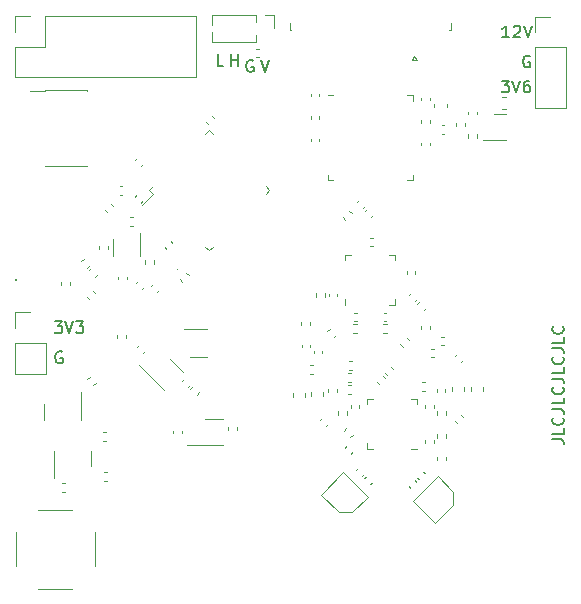
<source format=gbr>
%TF.GenerationSoftware,KiCad,Pcbnew,(6.0.4)*%
%TF.CreationDate,2023-05-22T00:57:41+09:00*%
%TF.ProjectId,RFB,5246422e-6b69-4636-9164-5f7063625858,rev?*%
%TF.SameCoordinates,Original*%
%TF.FileFunction,Legend,Top*%
%TF.FilePolarity,Positive*%
%FSLAX46Y46*%
G04 Gerber Fmt 4.6, Leading zero omitted, Abs format (unit mm)*
G04 Created by KiCad (PCBNEW (6.0.4)) date 2023-05-22 00:57:41*
%MOMM*%
%LPD*%
G01*
G04 APERTURE LIST*
%ADD10C,0.160000*%
%ADD11C,0.120000*%
%ADD12C,0.100000*%
G04 APERTURE END LIST*
D10*
X79132180Y-92680847D02*
X79846466Y-92680847D01*
X79989323Y-92728466D01*
X80084561Y-92823704D01*
X80132180Y-92966561D01*
X80132180Y-93061800D01*
X80132180Y-91728466D02*
X80132180Y-92204657D01*
X79132180Y-92204657D01*
X80036942Y-90823704D02*
X80084561Y-90871323D01*
X80132180Y-91014180D01*
X80132180Y-91109419D01*
X80084561Y-91252276D01*
X79989323Y-91347514D01*
X79894085Y-91395133D01*
X79703609Y-91442752D01*
X79560752Y-91442752D01*
X79370276Y-91395133D01*
X79275038Y-91347514D01*
X79179800Y-91252276D01*
X79132180Y-91109419D01*
X79132180Y-91014180D01*
X79179800Y-90871323D01*
X79227419Y-90823704D01*
X79132180Y-90109419D02*
X79846466Y-90109419D01*
X79989323Y-90157038D01*
X80084561Y-90252276D01*
X80132180Y-90395133D01*
X80132180Y-90490371D01*
X80132180Y-89157038D02*
X80132180Y-89633228D01*
X79132180Y-89633228D01*
X80036942Y-88252276D02*
X80084561Y-88299895D01*
X80132180Y-88442752D01*
X80132180Y-88537990D01*
X80084561Y-88680847D01*
X79989323Y-88776085D01*
X79894085Y-88823704D01*
X79703609Y-88871323D01*
X79560752Y-88871323D01*
X79370276Y-88823704D01*
X79275038Y-88776085D01*
X79179800Y-88680847D01*
X79132180Y-88537990D01*
X79132180Y-88442752D01*
X79179800Y-88299895D01*
X79227419Y-88252276D01*
X79132180Y-87537990D02*
X79846466Y-87537990D01*
X79989323Y-87585609D01*
X80084561Y-87680847D01*
X80132180Y-87823704D01*
X80132180Y-87918942D01*
X80132180Y-86585609D02*
X80132180Y-87061800D01*
X79132180Y-87061800D01*
X80036942Y-85680847D02*
X80084561Y-85728466D01*
X80132180Y-85871323D01*
X80132180Y-85966561D01*
X80084561Y-86109419D01*
X79989323Y-86204657D01*
X79894085Y-86252276D01*
X79703609Y-86299895D01*
X79560752Y-86299895D01*
X79370276Y-86252276D01*
X79275038Y-86204657D01*
X79179800Y-86109419D01*
X79132180Y-85966561D01*
X79132180Y-85871323D01*
X79179800Y-85728466D01*
X79227419Y-85680847D01*
X79132180Y-84966561D02*
X79846466Y-84966561D01*
X79989323Y-85014180D01*
X80084561Y-85109419D01*
X80132180Y-85252276D01*
X80132180Y-85347514D01*
X80132180Y-84014180D02*
X80132180Y-84490371D01*
X79132180Y-84490371D01*
X80036942Y-83109419D02*
X80084561Y-83157038D01*
X80132180Y-83299895D01*
X80132180Y-83395133D01*
X80084561Y-83537990D01*
X79989323Y-83633228D01*
X79894085Y-83680847D01*
X79703609Y-83728466D01*
X79560752Y-83728466D01*
X79370276Y-83680847D01*
X79275038Y-83633228D01*
X79179800Y-83537990D01*
X79132180Y-83395133D01*
X79132180Y-83299895D01*
X79179800Y-83157038D01*
X79227419Y-83109419D01*
X77254904Y-60231400D02*
X77159666Y-60183780D01*
X77016809Y-60183780D01*
X76873952Y-60231400D01*
X76778714Y-60326638D01*
X76731095Y-60421876D01*
X76683476Y-60612352D01*
X76683476Y-60755209D01*
X76731095Y-60945685D01*
X76778714Y-61040923D01*
X76873952Y-61136161D01*
X77016809Y-61183780D01*
X77112047Y-61183780D01*
X77254904Y-61136161D01*
X77302523Y-61088542D01*
X77302523Y-60755209D01*
X77112047Y-60755209D01*
X74873952Y-62291980D02*
X75493000Y-62291980D01*
X75159666Y-62672933D01*
X75302523Y-62672933D01*
X75397761Y-62720552D01*
X75445380Y-62768171D01*
X75493000Y-62863409D01*
X75493000Y-63101504D01*
X75445380Y-63196742D01*
X75397761Y-63244361D01*
X75302523Y-63291980D01*
X75016809Y-63291980D01*
X74921571Y-63244361D01*
X74873952Y-63196742D01*
X75778714Y-62291980D02*
X76112047Y-63291980D01*
X76445380Y-62291980D01*
X77207285Y-62291980D02*
X77016809Y-62291980D01*
X76921571Y-62339600D01*
X76873952Y-62387219D01*
X76778714Y-62530076D01*
X76731095Y-62720552D01*
X76731095Y-63101504D01*
X76778714Y-63196742D01*
X76826333Y-63244361D01*
X76921571Y-63291980D01*
X77112047Y-63291980D01*
X77207285Y-63244361D01*
X77254904Y-63196742D01*
X77302523Y-63101504D01*
X77302523Y-62863409D01*
X77254904Y-62768171D01*
X77207285Y-62720552D01*
X77112047Y-62672933D01*
X76921571Y-62672933D01*
X76826333Y-62720552D01*
X76778714Y-62768171D01*
X76731095Y-62863409D01*
X75493000Y-58643780D02*
X74921571Y-58643780D01*
X75207285Y-58643780D02*
X75207285Y-57643780D01*
X75112047Y-57786638D01*
X75016809Y-57881876D01*
X74921571Y-57929495D01*
X75873952Y-57739019D02*
X75921571Y-57691400D01*
X76016809Y-57643780D01*
X76254904Y-57643780D01*
X76350142Y-57691400D01*
X76397761Y-57739019D01*
X76445380Y-57834257D01*
X76445380Y-57929495D01*
X76397761Y-58072352D01*
X75826333Y-58643780D01*
X76445380Y-58643780D01*
X76731095Y-57643780D02*
X77064428Y-58643780D01*
X77397761Y-57643780D01*
X37026057Y-82688180D02*
X37645104Y-82688180D01*
X37311771Y-83069133D01*
X37454628Y-83069133D01*
X37549866Y-83116752D01*
X37597485Y-83164371D01*
X37645104Y-83259609D01*
X37645104Y-83497704D01*
X37597485Y-83592942D01*
X37549866Y-83640561D01*
X37454628Y-83688180D01*
X37168914Y-83688180D01*
X37073676Y-83640561D01*
X37026057Y-83592942D01*
X37930819Y-82688180D02*
X38264152Y-83688180D01*
X38597485Y-82688180D01*
X38835580Y-82688180D02*
X39454628Y-82688180D01*
X39121295Y-83069133D01*
X39264152Y-83069133D01*
X39359390Y-83116752D01*
X39407009Y-83164371D01*
X39454628Y-83259609D01*
X39454628Y-83497704D01*
X39407009Y-83592942D01*
X39359390Y-83640561D01*
X39264152Y-83688180D01*
X38978438Y-83688180D01*
X38883200Y-83640561D01*
X38835580Y-83592942D01*
X54479866Y-60564780D02*
X54813200Y-61564780D01*
X55146533Y-60564780D01*
X51287323Y-61056780D02*
X50811133Y-61056780D01*
X50811133Y-60056780D01*
X51987485Y-61056780D02*
X51987485Y-60056780D01*
X51987485Y-60532971D02*
X52558914Y-60532971D01*
X52558914Y-61056780D02*
X52558914Y-60056780D01*
X53805104Y-60612400D02*
X53709866Y-60564780D01*
X53567009Y-60564780D01*
X53424152Y-60612400D01*
X53328914Y-60707638D01*
X53281295Y-60802876D01*
X53233676Y-60993352D01*
X53233676Y-61136209D01*
X53281295Y-61326685D01*
X53328914Y-61421923D01*
X53424152Y-61517161D01*
X53567009Y-61564780D01*
X53662247Y-61564780D01*
X53805104Y-61517161D01*
X53852723Y-61469542D01*
X53852723Y-61136209D01*
X53662247Y-61136209D01*
X37645104Y-85275800D02*
X37549866Y-85228180D01*
X37407009Y-85228180D01*
X37264152Y-85275800D01*
X37168914Y-85371038D01*
X37121295Y-85466276D01*
X37073676Y-85656752D01*
X37073676Y-85799609D01*
X37121295Y-85990085D01*
X37168914Y-86085323D01*
X37264152Y-86180561D01*
X37407009Y-86228180D01*
X37502247Y-86228180D01*
X37645104Y-86180561D01*
X37692723Y-86132942D01*
X37692723Y-85799609D01*
X37502247Y-85799609D01*
D11*
%TO.C,Q1*%
X39228200Y-90347800D02*
X39228200Y-88672800D01*
X39228200Y-90347800D02*
X39228200Y-90997800D01*
X36108200Y-90347800D02*
X36108200Y-90997800D01*
X36108200Y-90347800D02*
X36108200Y-89697800D01*
%TO.C,J3*%
X40413600Y-100531000D02*
X40413600Y-103431000D01*
X33703600Y-100531000D02*
X33703600Y-103431000D01*
X35608600Y-105336000D02*
X38508600Y-105336000D01*
X35608600Y-98626000D02*
X38508600Y-98626000D01*
D12*
%TO.C,U1*%
X33667400Y-79158800D02*
X33667400Y-79158800D01*
X33767400Y-79158800D02*
X33767400Y-79158800D01*
X33667400Y-79158800D02*
G75*
G03*
X33767400Y-79158800I50000J0D01*
G01*
X33767400Y-79158800D02*
G75*
G03*
X33667400Y-79158800I-50000J0D01*
G01*
D11*
%TO.C,R9*%
X43689241Y-74649600D02*
X43381959Y-74649600D01*
X43689241Y-73889600D02*
X43381959Y-73889600D01*
%TO.C,C74*%
X61568990Y-93369893D02*
X61721493Y-93217390D01*
X62078107Y-93879010D02*
X62230610Y-93726507D01*
%TO.C,C31*%
X44059282Y-79307401D02*
X43906779Y-79459904D01*
X44568399Y-79816518D02*
X44415896Y-79969021D01*
%TO.C,R46*%
X37923441Y-97128600D02*
X37616159Y-97128600D01*
X37923441Y-96368600D02*
X37616159Y-96368600D01*
%TO.C,C65*%
X68372936Y-88548800D02*
X68157264Y-88548800D01*
X68372936Y-87828800D02*
X68157264Y-87828800D01*
%TO.C,C12*%
X72014700Y-64939564D02*
X72014700Y-65155236D01*
X72734700Y-64939564D02*
X72734700Y-65155236D01*
%TO.C,C57*%
X60219000Y-80333964D02*
X60219000Y-80549636D01*
X60939000Y-80333964D02*
X60939000Y-80549636D01*
%TO.C,U11*%
X49770602Y-66790087D02*
X50088800Y-66471889D01*
X55194111Y-71577200D02*
X54875913Y-71259002D01*
X45301687Y-71895398D02*
X44389519Y-72807566D01*
X50088800Y-66471889D02*
X50406998Y-66790087D01*
X54875913Y-71895398D02*
X55194111Y-71577200D01*
X44983489Y-71577200D02*
X45301687Y-71895398D01*
X50406998Y-76364313D02*
X50088800Y-76682511D01*
X45301687Y-71259002D02*
X44983489Y-71577200D01*
X50088800Y-76682511D02*
X49770602Y-76364313D01*
%TO.C,U10*%
X49758600Y-90939600D02*
X51258600Y-90939600D01*
X48258600Y-93159600D02*
X51258600Y-93159600D01*
%TO.C,R6*%
X44654200Y-77519559D02*
X44654200Y-77826841D01*
X45414200Y-77519559D02*
X45414200Y-77826841D01*
%TO.C,C89*%
X47061800Y-91954763D02*
X47061800Y-92170435D01*
X47781800Y-91954763D02*
X47781800Y-92170435D01*
%TO.C,C35*%
X58695000Y-63392164D02*
X58695000Y-63607836D01*
X59415000Y-63392164D02*
X59415000Y-63607836D01*
%TO.C,C36*%
X58695000Y-65297164D02*
X58695000Y-65512836D01*
X59415000Y-65297164D02*
X59415000Y-65512836D01*
%TO.C,C61*%
X62686693Y-95122390D02*
X62534190Y-95274893D01*
X63195810Y-95631507D02*
X63043307Y-95784010D01*
%TO.C,C72*%
X60888200Y-88436564D02*
X60888200Y-88652236D01*
X60168200Y-88436564D02*
X60168200Y-88652236D01*
%TO.C,R53*%
X48140660Y-78565859D02*
X48357941Y-78783140D01*
X47603259Y-79103260D02*
X47820540Y-79320541D01*
%TO.C,R71*%
X72754700Y-67129441D02*
X72754700Y-66822159D01*
X71994700Y-67129441D02*
X71994700Y-66822159D01*
%TO.C,J8*%
X36233400Y-69554400D02*
X39763400Y-69554400D01*
X36233400Y-69489400D02*
X36233400Y-69554400D01*
X36233400Y-63084400D02*
X36233400Y-63149400D01*
X36233400Y-63084400D02*
X39763400Y-63084400D01*
X34908400Y-63149400D02*
X36233400Y-63149400D01*
X39763400Y-69489400D02*
X39763400Y-69554400D01*
X39763400Y-63084400D02*
X39763400Y-63149400D01*
%TO.C,R62*%
X39463940Y-77372059D02*
X39246659Y-77589340D01*
X40001341Y-77909460D02*
X39784060Y-78126741D01*
%TO.C,J9*%
X33620400Y-83230800D02*
X33620400Y-81900800D01*
X33620400Y-87100800D02*
X36280400Y-87100800D01*
X33620400Y-84500800D02*
X33620400Y-87100800D01*
X33620400Y-81900800D02*
X34950400Y-81900800D01*
X36280400Y-84500800D02*
X36280400Y-87100800D01*
X33620400Y-84500800D02*
X36280400Y-84500800D01*
%TO.C,R12*%
X60637460Y-84044941D02*
X60854741Y-83827660D01*
X60100059Y-83507540D02*
X60317340Y-83290259D01*
%TO.C,C15*%
X42337400Y-83861964D02*
X42337400Y-84077636D01*
X43057400Y-83861964D02*
X43057400Y-84077636D01*
%TO.C,R11*%
X61625440Y-74088141D02*
X61408159Y-73870860D01*
X62162841Y-73550740D02*
X61945560Y-73333459D01*
%TO.C,C78*%
X66823000Y-78670036D02*
X66823000Y-78454364D01*
X67543000Y-78670036D02*
X67543000Y-78454364D01*
%TO.C,U22*%
X46784289Y-85905311D02*
X47844949Y-86965972D01*
X44153851Y-86414428D02*
X46275172Y-88535749D01*
%TO.C,R25*%
X61923959Y-86790800D02*
X62231241Y-86790800D01*
X61923959Y-86030800D02*
X62231241Y-86030800D01*
%TO.C,C40*%
X63284710Y-72898507D02*
X63132207Y-73051010D01*
X62775593Y-72389390D02*
X62623090Y-72541893D01*
%TO.C,U12*%
X49899800Y-83371200D02*
X47999800Y-83371200D01*
X48499800Y-85691200D02*
X49899800Y-85691200D01*
%TO.C,C44*%
X68049800Y-67758736D02*
X68049800Y-67543064D01*
X68769800Y-67758736D02*
X68769800Y-67543064D01*
%TO.C,C56*%
X62376164Y-82656000D02*
X62591836Y-82656000D01*
X62376164Y-81936000D02*
X62591836Y-81936000D01*
%TO.C,C143*%
X44688421Y-85208296D02*
X44535918Y-85360799D01*
X44179304Y-84699179D02*
X44026801Y-84851682D01*
%TO.C,C54*%
X69983236Y-84713400D02*
X69767564Y-84713400D01*
X69983236Y-83993400D02*
X69767564Y-83993400D01*
%TO.C,C6*%
X41274390Y-73254107D02*
X41426893Y-73406610D01*
X41783507Y-72744990D02*
X41936010Y-72897493D01*
%TO.C,C45*%
X68049800Y-63733064D02*
X68049800Y-63948736D01*
X68769800Y-63733064D02*
X68769800Y-63948736D01*
%TO.C,R14*%
X68807600Y-83364041D02*
X68807600Y-83056759D01*
X68047600Y-83364041D02*
X68047600Y-83056759D01*
%TO.C,C101*%
X46328990Y-76378307D02*
X46481493Y-76530810D01*
X46838107Y-75869190D02*
X46990610Y-76021693D01*
%TO.C,C41*%
X63945110Y-73660507D02*
X63792607Y-73813010D01*
X63435993Y-73151390D02*
X63283490Y-73303893D01*
%TO.C,R70*%
X71738700Y-66168241D02*
X71738700Y-65860959D01*
X70978700Y-66168241D02*
X70978700Y-65860959D01*
%TO.C,R54*%
X48517659Y-88384340D02*
X48734940Y-88167059D01*
X49055060Y-88921741D02*
X49272341Y-88704460D01*
%TO.C,C2*%
X42538764Y-71962600D02*
X42754436Y-71962600D01*
X42538764Y-71242600D02*
X42754436Y-71242600D01*
%TO.C,C58*%
X67055390Y-80466693D02*
X67207893Y-80314190D01*
X67564507Y-80975810D02*
X67717010Y-80823307D01*
%TO.C,C50*%
X58858036Y-86381000D02*
X58642364Y-86381000D01*
X58858036Y-87101000D02*
X58642364Y-87101000D01*
%TO.C,C47*%
X63747764Y-75611400D02*
X63963436Y-75611400D01*
X63747764Y-76331400D02*
X63963436Y-76331400D01*
%TO.C,C16*%
X43133600Y-79124636D02*
X43133600Y-78908964D01*
X42413600Y-79124636D02*
X42413600Y-78908964D01*
%TO.C,C75*%
X64865364Y-81936000D02*
X65081036Y-81936000D01*
X64865364Y-82656000D02*
X65081036Y-82656000D01*
%TO.C,IC9*%
X73255800Y-67366200D02*
X75255800Y-67366200D01*
X74255800Y-65146200D02*
X75255800Y-65146200D01*
%TO.C,C129*%
X48438410Y-88062307D02*
X48285907Y-88214810D01*
X47929293Y-87553190D02*
X47776790Y-87705693D01*
%TO.C,C10*%
X59638693Y-90880590D02*
X59486190Y-91033093D01*
X60147810Y-91389707D02*
X59995307Y-91542210D01*
%TO.C,C66*%
X62084500Y-89789364D02*
X62084500Y-90005036D01*
X62804500Y-89789364D02*
X62804500Y-90005036D01*
%TO.C,C71*%
X69388400Y-94418036D02*
X69388400Y-94202364D01*
X70108400Y-94418036D02*
X70108400Y-94202364D01*
%TO.C,L3*%
X72235600Y-88605579D02*
X72235600Y-88280021D01*
X73255600Y-88605579D02*
X73255600Y-88280021D01*
%TO.C,L2*%
X58218800Y-89113579D02*
X58218800Y-88788021D01*
X57198800Y-89113579D02*
X57198800Y-88788021D01*
%TO.C,C55*%
X69119636Y-84984000D02*
X68903964Y-84984000D01*
X69119636Y-85704000D02*
X68903964Y-85704000D01*
%TO.C,J7*%
X36220400Y-56836000D02*
X48980400Y-56836000D01*
X36220400Y-59436000D02*
X36220400Y-56836000D01*
X33620400Y-62036000D02*
X48980400Y-62036000D01*
X33620400Y-59436000D02*
X36220400Y-59436000D01*
X33620400Y-56836000D02*
X34950400Y-56836000D01*
X33620400Y-58166000D02*
X33620400Y-56836000D01*
X33620400Y-62036000D02*
X33620400Y-59436000D01*
X48980400Y-62036000D02*
X48980400Y-56836000D01*
%TO.C,FL2*%
X67359543Y-97870666D02*
X69445508Y-95784701D01*
X69233376Y-99744499D02*
X67359543Y-97870666D01*
X70753656Y-98224219D02*
X69233376Y-99744499D01*
X69445508Y-95784701D02*
X70753656Y-97092849D01*
X70753656Y-97092849D02*
X70753656Y-98224219D01*
%TO.C,C64*%
X64308458Y-87806317D02*
X64460961Y-87958820D01*
X64817575Y-87297200D02*
X64970078Y-87449703D01*
%TO.C,R28*%
X70128400Y-90295759D02*
X70128400Y-90603041D01*
X69368400Y-90295759D02*
X69368400Y-90603041D01*
%TO.C,C63*%
X65688499Y-86731282D02*
X65535996Y-86578779D01*
X65179382Y-87240399D02*
X65026879Y-87087896D01*
%TO.C,L1*%
X59768200Y-88986579D02*
X59768200Y-88661021D01*
X58748200Y-88986579D02*
X58748200Y-88661021D01*
%TO.C,C120*%
X75197580Y-64695800D02*
X74916420Y-64695800D01*
X75197580Y-63675800D02*
X74916420Y-63675800D01*
%TO.C,R19*%
X64844959Y-82932000D02*
X65152241Y-82932000D01*
X64844959Y-83692000D02*
X65152241Y-83692000D01*
%TO.C,C60*%
X68365996Y-95553198D02*
X68213493Y-95400695D01*
X67856879Y-96062315D02*
X67704376Y-95909812D01*
%TO.C,C62*%
X63245390Y-95986093D02*
X63397893Y-95833590D01*
X63754507Y-96495210D02*
X63907010Y-96342707D01*
%TO.C,U8*%
X63959100Y-89232400D02*
X63484100Y-89232400D01*
X67229100Y-93452400D02*
X67704100Y-93452400D01*
X63484100Y-89232400D02*
X63484100Y-89707400D01*
X67704100Y-89232400D02*
X67704100Y-89707400D01*
X67229100Y-89232400D02*
X67704100Y-89232400D01*
X63959100Y-93452400D02*
X63484100Y-93452400D01*
X63484100Y-93452400D02*
X63484100Y-92977400D01*
%TO.C,R8*%
X40124340Y-78159459D02*
X39907059Y-78376740D01*
X40661741Y-78696860D02*
X40444460Y-78914141D01*
%TO.C,R24*%
X61833059Y-87806800D02*
X62140341Y-87806800D01*
X61833059Y-87046800D02*
X62140341Y-87046800D01*
%TO.C,U3*%
X61618600Y-77511400D02*
X61618600Y-77036400D01*
X61618600Y-77036400D02*
X62093600Y-77036400D01*
X61618600Y-80781400D02*
X61618600Y-81256400D01*
X65838600Y-80781400D02*
X65838600Y-81256400D01*
X65838600Y-77511400D02*
X65838600Y-77036400D01*
X65838600Y-81256400D02*
X65363600Y-81256400D01*
X65838600Y-77036400D02*
X65363600Y-77036400D01*
%TO.C,J6*%
X77664000Y-59486800D02*
X80324000Y-59486800D01*
X77664000Y-59486800D02*
X77664000Y-64626800D01*
X80324000Y-59486800D02*
X80324000Y-64626800D01*
X77664000Y-58216800D02*
X77664000Y-56886800D01*
X77664000Y-56886800D02*
X78994000Y-56886800D01*
X77664000Y-64626800D02*
X80324000Y-64626800D01*
%TO.C,C14*%
X45685896Y-80197621D02*
X45838399Y-80045118D01*
X45176779Y-79688504D02*
X45329282Y-79536001D01*
D12*
%TO.C,D1*%
X47404346Y-78316946D02*
G75*
G03*
X47404346Y-78316946I-50000J0D01*
G01*
D11*
%TO.C,C94*%
X43830579Y-69045904D02*
X43983082Y-68893401D01*
X44339696Y-69555021D02*
X44492199Y-69402518D01*
%TO.C,R45*%
X39754659Y-87571540D02*
X39971940Y-87354259D01*
X40292060Y-88108941D02*
X40509341Y-87891660D01*
%TO.C,R13*%
X58673000Y-83008441D02*
X58673000Y-82701159D01*
X57913000Y-83008441D02*
X57913000Y-82701159D01*
%TO.C,C18*%
X40453599Y-80305082D02*
X40301096Y-80152579D01*
X39944482Y-80814199D02*
X39791979Y-80661696D01*
%TO.C,C51*%
X71094093Y-85444990D02*
X70941590Y-85597493D01*
X71603210Y-85954107D02*
X71450707Y-86106610D01*
%TO.C,L4*%
X71706200Y-88605579D02*
X71706200Y-88280021D01*
X70686200Y-88605579D02*
X70686200Y-88280021D01*
%TO.C,C130*%
X69780264Y-66806400D02*
X69995936Y-66806400D01*
X69780264Y-66086400D02*
X69995936Y-66086400D01*
%TO.C,R17*%
X59943000Y-80288159D02*
X59943000Y-80595441D01*
X59183000Y-80288159D02*
X59183000Y-80595441D01*
%TO.C,C100*%
X50012093Y-65939010D02*
X49859590Y-65786507D01*
X50521210Y-65429893D02*
X50368707Y-65277390D01*
%TO.C,C53*%
X58653000Y-84893036D02*
X58653000Y-84677364D01*
X57933000Y-84893036D02*
X57933000Y-84677364D01*
%TO.C,U5*%
X41918397Y-75722400D02*
X41918397Y-77122400D01*
X44238397Y-77122400D02*
X44238397Y-75222400D01*
%TO.C,C37*%
X58695000Y-67202164D02*
X58695000Y-67417836D01*
X59415000Y-67202164D02*
X59415000Y-67417836D01*
%TO.C,C80*%
X38307600Y-79584436D02*
X38307600Y-79368764D01*
X37587600Y-79584436D02*
X37587600Y-79368764D01*
%TO.C,C67*%
X62083836Y-88082800D02*
X61868164Y-88082800D01*
X62083836Y-88802800D02*
X61868164Y-88802800D01*
%TO.C,C139*%
X69174900Y-64529580D02*
X69174900Y-64248420D01*
X70194900Y-64529580D02*
X70194900Y-64248420D01*
%TO.C,IC3*%
X66871200Y-63532900D02*
X67346200Y-63532900D01*
X67346200Y-63532900D02*
X67346200Y-64007900D01*
X66871200Y-70752900D02*
X67346200Y-70752900D01*
X67346200Y-70752900D02*
X67346200Y-70277900D01*
X60601200Y-70752900D02*
X60126200Y-70752900D01*
X60601200Y-63532900D02*
X60126200Y-63532900D01*
X60126200Y-70752900D02*
X60126200Y-70277900D01*
%TO.C,C92*%
X54311436Y-59609400D02*
X54095764Y-59609400D01*
X54311436Y-60329400D02*
X54095764Y-60329400D01*
%TO.C,R27*%
X61722016Y-91753483D02*
X61504735Y-91970764D01*
X62259417Y-92290884D02*
X62042136Y-92508165D01*
%TO.C,C46*%
X68769800Y-65635464D02*
X68769800Y-65851136D01*
X68049800Y-65635464D02*
X68049800Y-65851136D01*
%TO.C,R29*%
X61771800Y-90295759D02*
X61771800Y-90603041D01*
X61011800Y-90295759D02*
X61011800Y-90603041D01*
%TO.C,C52*%
X59669000Y-85401036D02*
X59669000Y-85185364D01*
X58949000Y-85401036D02*
X58949000Y-85185364D01*
%TO.C,C59*%
X66989633Y-96631909D02*
X67142136Y-96784412D01*
X67498750Y-96122792D02*
X67651253Y-96275295D01*
%TO.C,C73*%
X69375700Y-88436564D02*
X69375700Y-88652236D01*
X70095700Y-88436564D02*
X70095700Y-88652236D01*
%TO.C,R10*%
X41502600Y-76272959D02*
X41502600Y-76580241D01*
X40742600Y-76272959D02*
X40742600Y-76580241D01*
%TO.C,R16*%
X62304959Y-83692000D02*
X62612241Y-83692000D01*
X62304959Y-82932000D02*
X62612241Y-82932000D01*
%TO.C,C93*%
X43932282Y-71966801D02*
X43779779Y-72119304D01*
X44441399Y-72475918D02*
X44288896Y-72628421D01*
%TO.C,FL3*%
X61438134Y-95470978D02*
X63524099Y-97556943D01*
X61084581Y-98865091D02*
X59564301Y-97344811D01*
X62215951Y-98865091D02*
X61084581Y-98865091D01*
X59564301Y-97344811D02*
X61438134Y-95470978D01*
X63524099Y-97556943D02*
X62215951Y-98865091D01*
%TO.C,C68*%
X68383700Y-89789364D02*
X68383700Y-90005036D01*
X69103700Y-89789364D02*
X69103700Y-90005036D01*
%TO.C,C48*%
X71603210Y-90779093D02*
X71450707Y-90626590D01*
X71094093Y-91288210D02*
X70941590Y-91135707D01*
%TO.C,R18*%
X68257460Y-81733541D02*
X68474741Y-81516260D01*
X67720059Y-81196140D02*
X67937340Y-80978859D01*
%TO.C,C88*%
X52455400Y-91662364D02*
X52455400Y-91878036D01*
X51735400Y-91662364D02*
X51735400Y-91878036D01*
%TO.C,J5*%
X54053200Y-58996600D02*
X50308200Y-58996600D01*
X55573200Y-56776600D02*
X55573200Y-57886600D01*
X54053200Y-56776600D02*
X54053200Y-57323129D01*
X50308200Y-58194130D02*
X50308200Y-58996600D01*
X54813200Y-56776600D02*
X55573200Y-56776600D01*
X54053200Y-56776600D02*
X50308200Y-56776600D01*
X50308200Y-56776600D02*
X50308200Y-57579070D01*
X54053200Y-58450071D02*
X54053200Y-58996600D01*
%TO.C,R26*%
X70128400Y-92226159D02*
X70128400Y-92533441D01*
X69368400Y-92226159D02*
X69368400Y-92533441D01*
%TO.C,J4*%
X67278600Y-60595600D02*
X67678600Y-60595600D01*
X70553600Y-58005600D02*
X70553600Y-57405600D01*
X57013600Y-58005600D02*
X56903600Y-58005600D01*
X56903600Y-58005600D02*
X56903600Y-57405600D01*
X67678600Y-60595600D02*
X67478600Y-60195600D01*
X67478600Y-60195600D02*
X67278600Y-60595600D01*
X70443600Y-58005600D02*
X70553600Y-58005600D01*
%TO.C,C70*%
X68385100Y-92942236D02*
X68385100Y-92726564D01*
X69105100Y-92942236D02*
X69105100Y-92726564D01*
%TO.C,R15*%
X67031965Y-84299964D02*
X66814684Y-84082683D01*
X66494564Y-84837365D02*
X66277283Y-84620084D01*
%TO.C,R47*%
X41377841Y-92785200D02*
X41070559Y-92785200D01*
X41377841Y-92025200D02*
X41070559Y-92025200D01*
%TO.C,Q2*%
X40066400Y-94284800D02*
X40066400Y-94934800D01*
X36946400Y-94284800D02*
X36946400Y-95959800D01*
X40066400Y-94284800D02*
X40066400Y-93634800D01*
X36946400Y-94284800D02*
X36946400Y-93634800D01*
%TO.C,R48*%
X41479441Y-95479600D02*
X41172159Y-95479600D01*
X41479441Y-96239600D02*
X41172159Y-96239600D01*
%TD*%
M02*

</source>
